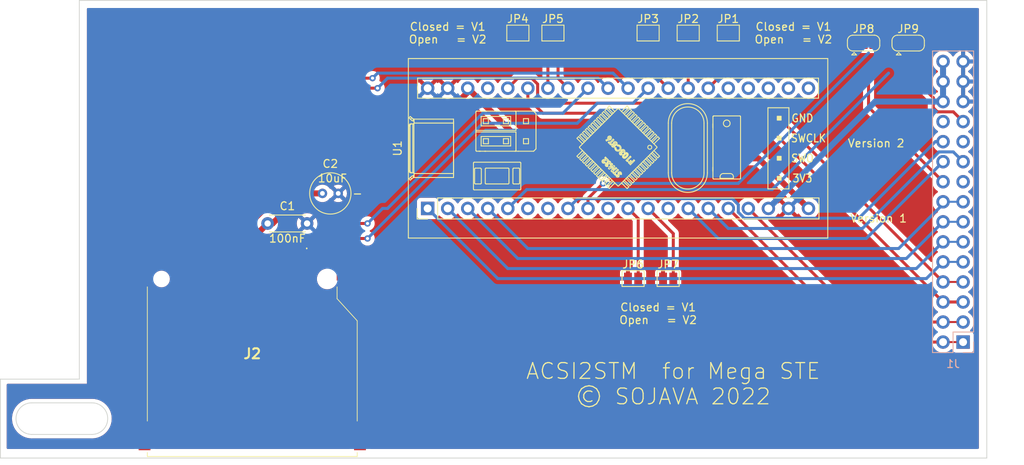
<source format=kicad_pcb>
(kicad_pcb (version 20211014) (generator pcbnew)
  (layers (0 "F.Cu" signal) (31 "B.Cu" signal) (34 "B.Paste" user) (35 "F.Paste" user) (36 "B.SilkS" user "B.Silkscreen") (37 "F.SilkS" user "F.Silkscreen") (38 "B.Mask" user) (39 "F.Mask" user) (44 "Edge.Cuts" user))
  (net 0 "")
  (net 1 "/D0")
  (net 2 "/D1")
  (net 3 "/D2")
  (net 4 "/D3")
  (net 5 "/D4")
  (net 6 "/D5")
  (net 7 "/D6")
  (net 8 "/D7")
  (net 9 "/RST")
  (net 10 "ACK")
  (net 11 "/CS")
  (net 12 "/A0")
  (net 14 "/DRQ")
  (net 15 "XHDINT")
  (net 17 "GND")
  (net 18 "+5V")
  (net 19 "PA12")
  (net 20 "PA8")
  (net 21 "+3V3")
  (net 25 "MOSI")
  (net 26 "MISO")
  (net 28 "CLK")
  (net 29 "SDCS")
  (net 39 "PB1")
  (net 40 "PB2")
  (net 41 "PA3")
  (net 42 "PA2")
  (net 43 "PA1")
  (net 44 "PB4")
  (net 45 "PB3")
  (footprint "Jumper:SolderJumper-2_P1.3mm_Open_Pad1.0x1.5mm" (layer "F.Cu") (at 170.18 135.255)
    (fp_text reference "JP6" (at 0 -1.8) (layer "F.SilkS"))
    (fp_text value "Close = V1")
    (pad "1" smd rect locked (at -0.65 0) (size 1 1.5) (layers "F.Cu" "F.Mask") (net 17 "GND"))
    (pad "2" smd rect locked (at 0.65 0) (size 1 1.5) (layers "F.Cu" "F.Mask") (net 45 "PB3"))
  )
  (footprint "footprints:YAAJ_BluePill_1" (layer "F.Cu") (at 144.145 126.365 90)
    (fp_text reference "U1" (at 7.62 -3.81 90) (layer "F.SilkS"))
    (fp_text value "BluePill" hide)
    (fp_text user "3V3" (at 3.81 47.498 unlocked) (layer "F.SilkS") (effects (font (size 1 0.9))))
    (fp_text user "GND" (at 11.43 47.498 unlocked) (layer "F.SilkS") (effects (font (size 1 0.9))))
    (fp_text user "SWO" (at 6.35 47.498 unlocked) (layer "F.SilkS") (effects (font (size 1 0.9))))
    (fp_text user "SWCLK" (at 8.89 48.26 unlocked) (layer "F.SilkS") (effects (font (size 1 0.9))))
    (pad "1" thru_hole rect locked (at 0 0 90) (size 1.7 1.7) (drill 1) (layers *.Cu *.Mask) (net 5 "/D4"))
    (pad "2" thru_hole circle locked (at 0 2.54 90) (size 1.7 1.7) (drill 1) (layers *.Cu *.Mask) (net 6 "/D5"))
    (pad "3" thru_hole circle locked (at 0 5.08 90) (size 1.7 1.7) (drill 1) (layers *.Cu *.Mask) (net 7 "/D6"))
    (pad "4" thru_hole circle locked (at 0 7.62 90) (size 1.7 1.7) (drill 1) (layers *.Cu *.Mask) (net 8 "/D7"))
    (pad "5" thru_hole circle locked (at 0 10.16 90) (size 1.7 1.7) (drill 1) (layers *.Cu *.Mask) (net 20 "PA8"))
    (pad "6" thru_hole circle locked (at 0 12.7 90) (size 1.7 1.7) (drill 1) (layers *.Cu *.Mask))
    (pad "7" thru_hole circle locked (at 0 15.24 90) (size 1.7 1.7) (drill 1) (layers *.Cu *.Mask))
    (pad "8" thru_hole circle locked (at 0 17.78 90) (size 1.7 1.7) (drill 1) (layers *.Cu *.Mask) (net 14 "/DRQ"))
    (pad "9" thru_hole circle locked (at 0 20.32 90) (size 1.7 1.7) (drill 1) (layers *.Cu *.Mask) (net 19 "PA12"))
    (pad "10" thru_hole circle locked (at 0 22.86 90) (size 1.7 1.7) (drill 1) (layers *.Cu *.Mask) (net 9 "/RST"))
    (pad "11" thru_hole circle locked (at 0 25.4 90) (size 1.7 1.7) (drill 1) (layers *.Cu *.Mask) (net 45 "PB3"))
    (pad "12" thru_hole circle locked (at 0 27.94 90) (size 1.7 1.7) (drill 1) (layers *.Cu *.Mask) (net 44 "PB4"))
    (pad "13" thru_hole circle locked (at 0 30.48 90) (size 1.7 1.7) (drill 1) (layers *.Cu *.Mask))
    (pad "14" thru_hole circle locked (at 0 33.02 90) (size 1.7 1.7) (drill 1) (layers *.Cu *.Mask) (net 12 "/A0"))
    (pad "15" thru_hole circle locked (at 0 35.56 90) (size 1.7 1.7) (drill 1) (layers *.Cu *.Mask) (net 11 "/CS"))
    (pad "16" thru_hole circle locked (at 0 38.1 90) (size 1.7 1.7) (drill 1) (layers *.Cu *.Mask) (net 1 "/D0"))
    (pad "17" thru_hole circle locked (at 0 40.64 90) (size 1.7 1.7) (drill 1) (layers *.Cu *.Mask) (net 2 "/D1"))
    (pad "18" thru_hole circle locked (at 0 43.18 90) (size 1.7 1.7) (drill 1) (layers *.Cu *.Mask) (net 18 "+5V"))
    (pad "19" thru_hole circle locked (at 0 45.72 90) (size 1.7 1.7) (drill 1) (layers *.Cu *.Mask) (net 17 "GND"))
    (pad "20" thru_hole circle locked (at 0 48.26 90) (size 1.7 1.7) (drill 1) (layers *.Cu *.Mask) (net 21 "+3V3"))
    (pad "21" thru_hole circle locked (at 15.24 48.26 90) (size 1.7 1.7) (drill 1) (layers *.Cu *.Mask))
    (pad "22" thru_hole circle locked (at 15.24 45.72 90) (size 1.7 1.7) (drill 1) (layers *.Cu *.Mask))
    (pad "23" thru_hole circle locked (at 15.24 43.18 90) (size 1.7 1.7) (drill 1) (layers *.Cu *.Mask))
    (pad "24" thru_hole circle locked (at 15.24 40.64 90) (size 1.7 1.7) (drill 1) (layers *.Cu *.Mask))
    (pad "25" thru_hole circle locked (at 15.24 38.1 90) (size 1.7 1.7) (drill 1) (layers *.Cu *.Mask))
    (pad "26" thru_hole circle locked (at 15.24 35.56 90) (size 1.7 1.7) (drill 1) (layers *.Cu *.Mask) (net 43 "PA1"))
    (pad "27" thru_hole circle locked (at 15.24 33.02 90) (size 1.7 1.7) (drill 1) (layers *.Cu *.Mask) (net 42 "PA2"))
    (pad "28" thru_hole circle locked (at 15.24 30.48 90) (size 1.7 1.7) (drill 1) (layers *.Cu *.Mask) (net 41 "PA3"))
    (pad "29" thru_hole circle locked (at 15.24 27.94 90) (size 1.7 1.7) (drill 1) (layers *.Cu *.Mask) (net 29 "SDCS"))
    (pad "30" thru_hole circle locked (at 15.24 25.4 90) (size 1.7 1.7) (drill 1) (layers *.Cu *.Mask) (net 28 "CLK"))
    (pad "31" thru_hole circle locked (at 15.24 22.86 90) (size 1.7 1.7) (drill 1) (layers *.Cu *.Mask) (net 26 "MISO"))
    (pad "32" thru_hole circle locked (at 15.24 20.32 90) (size 1.7 1.7) (drill 1) (layers *.Cu *.Mask) (net 25 "MOSI"))
    (pad "33" thru_hole circle locked (at 15.24 17.78 90) (size 1.7 1.7) (drill 1) (layers *.Cu *.Mask) (net 40 "PB2"))
    (pad "34" thru_hole circle locked (at 15.24 15.24 90) (size 1.7 1.7) (drill 1) (layers *.Cu *.Mask) (net 39 "PB1"))
    (pad "35" thru_hole circle locked (at 15.24 12.7 90) (size 1.7 1.7) (drill 1) (layers *.Cu *.Mask) (net 3 "/D2"))
    (pad "36" thru_hole circle locked (at 15.24 10.16 90) (size 1.7 1.7) (drill 1) (layers *.Cu *.Mask) (net 4 "/D3"))
    (pad "37" thru_hole circle locked (at 15.24 7.62 90) (size 1.7 1.7) (drill 1) (layers *.Cu *.Mask))
    (pad "38" thru_hole circle locked (at 15.24 5.08 90) (size 1.7 1.7) (drill 1) (layers *.Cu *.Mask) (net 21 "+3V3"))
    (pad "39" thru_hole circle locked (at 15.24 2.54 90) (size 1.7 1.7) (drill 1) (layers *.Cu *.Mask) (net 17 "GND"))
    (pad "40" thru_hole circle locked (at 15.24 0 90) (size 1.7 1.7) (drill 1) (layers *.Cu *.Mask) (net 17 "GND"))
  )
  (footprint "Jumper:SolderJumper-3_P1.3mm_Open_RoundedPad1.0x1.5mm" (layer "F.Cu") (at 205.04 105.41)
    (fp_text reference "JP9" (at 0 -1.8) (layer "F.SilkS"))
    (fp_text value "ACK Jumper")
    (pad "1" smd custom locked (at -1.3 0) (size 1 0.5) (layers "F.Cu" "F.Mask") (net 19 "PA12") (options (clearance outline) (anchor rect)) (primitives (gr_circle (center 0 0.25) (end 0.5 0.25) (width 0) (fill yes)) (gr_circle (center 0 -0.25) (end 0.5 -0.25) (width 0) (fill yes)) (gr_poly (pts (xy 0.55 0.75) (xy 0 0.75) (xy 0 -0.75) (xy 0.55 -0.75)) (width 0) (fill yes))))
    (pad "2" smd rect locked (at 0 0) (size 1 1.5) (layers "F.Cu" "F.Mask") (net 10 "ACK"))
    (pad "3" smd custom locked (at 1.3 0) (size 1 0.5) (layers "F.Cu" "F.Mask") (net 20 "PA8") (options (clearance outline) (anchor rect)) (primitives (gr_circle (center 0 0.25) (end 0.5 0.25) (width 0) (fill yes)) (gr_circle (center 0 -0.25) (end 0.5 -0.25) (width 0) (fill yes)) (gr_poly (pts (xy 0 0.75) (xy -0.55 0.75) (xy -0.55 -0.75) (xy 0 -0.75)) (width 0) (fill yes))))
  )
  (footprint "SamacSys_Parts:GSD090012SEU" (layer "F.Cu") (at 121.92 144.78)
    (fp_text reference "J2" (at 0 0) (layer "F.SilkS") (effects (font (size 1.27 1.27) (thickness 0.254))))
    (fp_text value "GSD090012SEU" hide)
    (pad "" np_thru_hole circle locked (at -11.499 -9.475) (size 1.1 1.1) (drill 1.1) (layers *.Cu *.Mask))
    (pad "" np_thru_hole circle locked (at 9.501 -9.475) (size 1.6 1.6) (drill 1.6) (layers *.Cu *.Mask))
    (pad "1" smd rect locked (at 6.875 -12.275) (size 1 1.5) (layers "F.Cu" "F.Paste" "F.Mask") (net 29 "SDCS"))
    (pad "2" smd rect locked (at 4.375 -12.275) (size 1 1.5) (layers "F.Cu" "F.Paste" "F.Mask") (net 25 "MOSI"))
    (pad "3" smd rect locked (at 1.875 -12.275) (size 1 1.5) (layers "F.Cu" "F.Paste" "F.Mask") (net 17 "GND"))
    (pad "4" smd rect locked (at -0.625 -12.275) (size 1 1.5) (layers "F.Cu" "F.Paste" "F.Mask") (net 21 "+3V3"))
    (pad "5" smd rect locked (at -3.125 -12.275) (size 1 1.5) (layers "F.Cu" "F.Paste" "F.Mask") (net 28 "CLK"))
    (pad "6" smd rect locked (at -5.625 -12.275) (size 1 1.5) (layers "F.Cu" "F.Paste" "F.Mask") (net 17 "GND"))
    (pad "7" smd rect locked (at -8.05 -12.275) (size 1 1.5) (layers "F.Cu" "F.Paste" "F.Mask") (net 26 "MISO"))
    (pad "8" smd rect locked (at -9.75 -12.275) (size 1 1.5) (layers "F.Cu" "F.Paste" "F.Mask"))
    (pad "9" smd rect locked (at 9.375 -12.275) (size 1 1.5) (layers "F.Cu" "F.Paste" "F.Mask"))
    (pad "10" smd rect locked (at -11.05 -12.275) (size 0.7 1.5) (layers "F.Cu" "F.Paste" "F.Mask"))
    (pad "11" smd rect locked (at -12.25 -12.275) (size 0.7 1.5) (layers "F.Cu" "F.Paste" "F.Mask"))
    (pad "MP1" smd rect locked (at -13.65 -10.675) (size 1.5 2.8) (layers "F.Cu" "F.Paste" "F.Mask") (net 17 "GND"))
    (pad "MP2" smd rect locked (at 11.451 -10.675) (size 1.5 2.8) (layers "F.Cu" "F.Paste" "F.Mask") (net 17 "GND"))
    (pad "MP3" smd rect locked (at -13.65 10.825) (size 1.5 2.8) (layers "F.Cu" "F.Paste" "F.Mask") (net 17 "GND"))
    (pad "MP4" smd rect locked (at 13.65 10.825) (size 1.5 2.8) (layers "F.Cu" "F.Paste" "F.Mask") (net 17 "GND"))
  )
  (footprint "Jumper:SolderJumper-2_P1.3mm_Open_Pad1.0x1.5mm" (layer "F.Cu") (at 182.245 104.14)
    (fp_text reference "JP1" (at 0 -1.8) (layer "F.SilkS"))
    (fp_text value "Close = V1")
    (pad "1" smd rect locked (at -0.65 0) (size 1 1.5) (layers "F.Cu" "F.Mask") (net 17 "GND"))
    (pad "2" smd rect locked (at 0.65 0) (size 1 1.5) (layers "F.Cu" "F.Mask") (net 43 "PA1"))
  )
  (footprint "Jumper:SolderJumper-2_P1.3mm_Open_Pad1.0x1.5mm" (layer "F.Cu") (at 177.165 104.14)
    (fp_text reference "JP2" (at 0 -1.8) (layer "F.SilkS"))
    (fp_text value "Close = V1")
    (pad "1" smd rect locked (at -0.65 0) (size 1 1.5) (layers "F.Cu" "F.Mask") (net 17 "GND"))
    (pad "2" smd rect locked (at 0.65 0) (size 1 1.5) (layers "F.Cu" "F.Mask") (net 42 "PA2"))
  )
  (footprint "Jumper:SolderJumper-3_P1.3mm_Open_RoundedPad1.0x1.5mm" (layer "F.Cu") (at 199.39 105.41)
    (fp_text reference "JP8" (at 0 -1.8) (layer "F.SilkS"))
    (fp_text value "XHDINT Jumper")
    (pad "1" smd custom locked (at -1.3 0) (size 1 0.5) (layers "F.Cu" "F.Mask") (net 19 "PA12") (options (clearance outline) (anchor rect)) (primitives (gr_circle (center 0 0.25) (end 0.5 0.25) (width 0) (fill yes)) (gr_circle (center 0 -0.25) (end 0.5 -0.25) (width 0) (fill yes)) (gr_poly (pts (xy 0.55 0.75) (xy 0 0.75) (xy 0 -0.75) (xy 0.55 -0.75)) (width 0) (fill yes))))
    (pad "2" smd rect locked (at 0 0) (size 1 1.5) (layers "F.Cu" "F.Mask") (net 15 "XHDINT"))
    (pad "3" smd custom locked (at 1.3 0) (size 1 0.5) (layers "F.Cu" "F.Mask") (net 20 "PA8") (options (clearance outline) (anchor rect)) (primitives (gr_circle (center 0 0.25) (end 0.5 0.25) (width 0) (fill yes)) (gr_circle (center 0 -0.25) (end 0.5 -0.25) (width 0) (fill yes)) (gr_poly (pts (xy 0 0.75) (xy -0.55 0.75) (xy -0.55 -0.75) (xy 0 -0.75)) (width 0) (fill yes))))
  )
  (footprint "Capacitor_THT:C_Radial_D5.0mm_H5.0mm_P2.00mm" (layer "F.Cu") (at 130.81 124.46)
    (fp_text reference "C2" (at 1 -3.75) (layer "F.SilkS"))
    (fp_text value "10uF")
    (pad "1" thru_hole circle locked (at 0 0) (size 1.2 1.2) (drill 0.6) (layers *.Cu *.Mask) (net 21 "+3V3"))
    (pad "2" thru_hole circle locked (at 2 0) (size 1.2 1.2) (drill 0.6) (layers *.Cu *.Mask) (net 17 "GND"))
  )
  (footprint "Jumper:SolderJumper-2_P1.3mm_Open_Pad1.0x1.5mm" (layer "F.Cu") (at 172.085 104.14)
    (fp_text reference "JP3" (at 0 -1.8) (layer "F.SilkS"))
    (fp_text value "Close = V1")
    (pad "1" smd rect locked (at -0.65 0) (size 1 1.5) (layers "F.Cu" "F.Mask") (net 17 "GND"))
    (pad "2" smd rect locked (at 0.65 0) (size 1 1.5) (layers "F.Cu" "F.Mask") (net 41 "PA3"))
  )
  (footprint "Capacitor_THT:C_Disc_D4.3mm_W1.9mm_P5.00mm" (layer "F.Cu") (at 123.865 128.27)
    (fp_text reference "C1" (at 2.5 -2.2) (layer "F.SilkS"))
    (fp_text value "100nF")
    (pad "1" thru_hole circle locked (at 0 0) (size 1.6 1.6) (drill 0.8) (layers *.Cu *.Mask) (net 21 "+3V3"))
    (pad "2" thru_hole circle locked (at 5 0) (size 1.6 1.6) (drill 0.8) (layers *.Cu *.Mask) (net 17 "GND"))
  )
  (footprint "Jumper:SolderJumper-2_P1.3mm_Open_Pad1.0x1.5mm" (layer "F.Cu") (at 155.575 104.14)
    (fp_text reference "JP4" (at 0 -1.8) (layer "F.SilkS"))
    (fp_text value "Close = V1")
    (pad "1" smd rect locked (at -0.65 0) (size 1 1.5) (layers "F.Cu" "F.Mask") (net 17 "GND"))
    (pad "2" smd rect locked (at 0.65 0) (size 1 1.5) (layers "F.Cu" "F.Mask") (net 39 "PB1"))
  )
  (footprint "Jumper:SolderJumper-2_P1.3mm_Open_Pad1.0x1.5mm" (layer "F.Cu") (at 174.625 135.255)
    (fp_text reference "JP7" (at 0 -1.8) (layer "F.SilkS"))
    (fp_text value "Close = V1")
    (pad "1" smd rect locked (at -0.65 0) (size 1 1.5) (layers "F.Cu" "F.Mask") (net 17 "GND"))
    (pad "2" smd rect locked (at 0.65 0) (size 1 1.5) (layers "F.Cu" "F.Mask") (net 44 "PB4"))
  )
  (footprint "Jumper:SolderJumper-2_P1.3mm_Open_Pad1.0x1.5mm" (layer "F.Cu") (at 160.02 104.14)
    (fp_text reference "JP5" (at 0 -1.8) (layer "F.SilkS"))
    (fp_text value "Close = V1")
    (pad "1" smd rect locked (at -0.65 0) (size 1 1.5) (layers "F.Cu" "F.Mask") (net 17 "GND"))
    (pad "2" smd rect locked (at 0.65 0) (size 1 1.5) (layers "F.Cu" "F.Mask") (net 40 "PB2"))
  )
  (footprint "Connector_PinSocket_2.54mm:PinSocket_2x15_P2.54mm_Vertical" (layer "B.Cu") (at 212 143.3)
    (fp_text reference "J1" (at -1.27 2.77) (layer "B.SilkS") (effects (justify mirror)))
    (fp_text value "Mega STE Internal ACSI")
    (pad "1" thru_hole rect locked (at 0 0) (size 1.7 1.7) (drill 1) (layers *.Cu *.Mask) (net 1 "/D0"))
    (pad "2" thru_hole oval locked (at -2.54 0) (size 1.7 1.7) (drill 1) (layers *.Cu *.Mask) (net 1 "/D0"))
    (pad "3" thru_hole oval locked (at 0 -2.54) (size 1.7 1.7) (drill 1) (layers *.Cu *.Mask) (net 2 "/D1"))
    (pad "4" thru_hole oval locked (at -2.54 -2.54) (size 1.7 1.7) (drill 1) (layers *.Cu *.Mask) (net 2 "/D1"))
    (pad "5" thru_hole oval locked (at 0 -5.08) (size 1.7 1.7) (drill 1) (layers *.Cu *.Mask) (net 3 "/D2"))
    (pad "6" thru_hole oval locked (at -2.54 -5.08) (size 1.7 1.7) (drill 1) (layers *.Cu *.Mask) (net 3 "/D2"))
    (pad "7" thru_hole oval locked (at 0 -7.62) (size 1.7 1.7) (drill 1) (layers *.Cu *.Mask) (net 4 "/D3"))
    (pad "8" thru_hole oval locked (at -2.54 -7.62) (size 1.7 1.7) (drill 1) (layers *.Cu *.Mask) (net 4 "/D3"))
    (pad "9" thru_hole oval locked (at 0 -10.16) (size 1.7 1.7) (drill 1) (layers *.Cu *.Mask) (net 5 "/D4"))
    (pad "10" thru_hole oval locked (at -2.54 -10.16) (size 1.7 1.7) (drill 1) (layers *.Cu *.Mask) (net 5 "/D4"))
    (pad "11" thru_hole oval locked (at 0 -12.7) (size 1.7 1.7) (drill 1) (layers *.Cu *.Mask) (net 6 "/D5"))
    (pad "12" thru_hole oval locked (at -2.54 -12.7) (size 1.7 1.7) (drill 1) (layers *.Cu *.Mask) (net 6 "/D5"))
    (pad "13" thru_hole oval locked (at 0 -15.24) (size 1.7 1.7) (drill 1) (layers *.Cu *.Mask) (net 7 "/D6"))
    (pad "14" thru_hole oval locked (at -2.54 -15.24) (size 1.7 1.7) (drill 1) (layers *.Cu *.Mask) (net 7 "/D6"))
    (pad "15" thru_hole oval locked (at 0 -17.78) (size 1.7 1.7) (drill 1) (layers *.Cu *.Mask) (net 8 "/D7"))
    (pad "16" thru_hole oval locked (at -2.54 -17.78) (size 1.7 1.7) (drill 1) (layers *.Cu *.Mask) (net 8 "/D7"))
    (pad "17" thru_hole oval locked (at 0 -20.32) (size 1.7 1.7) (drill 1) (layers *.Cu *.Mask) (net 9 "/RST"))
    (pad "18" thru_hole oval locked (at -2.54 -20.32) (size 1.7 1.7) (drill 1) (layers *.Cu *.Mask) (net 10 "ACK"))
    (pad "19" thru_hole oval locked (at 0 -22.86) (size 1.7 1.7) (drill 1) (layers *.Cu *.Mask) (net 11 "/CS"))
    (pad "20" thru_hole oval locked (at -2.54 -22.86) (size 1.7 1.7) (drill 1) (layers *.Cu *.Mask) (net 12 "/A0"))
    (pad "21" thru_hole oval locked (at 0 -25.4) (size 1.7 1.7) (drill 1) (layers *.Cu *.Mask))
    (pad "22" thru_hole oval locked (at -2.54 -25.4) (size 1.7 1.7) (drill 1) (layers *.Cu *.Mask) (net 14 "/DRQ"))
    (pad "23" thru_hole oval locked (at 0 -27.94) (size 1.7 1.7) (drill 1) (layers *.Cu *.Mask) (net 15 "XHDINT"))
    (pad "24" thru_hole oval locked (at -2.54 -27.94) (size 1.7 1.7) (drill 1) (layers *.Cu *.Mask))
    (pad "25" thru_hole oval locked (at 0 -30.48) (size 1.7 1.7) (drill 1) (layers *.Cu *.Mask) (net 17 "GND"))
    (pad "26" thru_hole oval locked (at -2.54 -30.48) (size 1.7 1.7) (drill 1) (layers *.Cu *.Mask) (net 18 "+5V"))
    (pad "27" thru_hole oval locked (at 0 -33.02) (size 1.7 1.7) (drill 1) (layers *.Cu *.Mask) (net 17 "GND"))
    (pad "28" thru_hole oval locked (at -2.54 -33.02) (size 1.7 1.7) (drill 1) (layers *.Cu *.Mask) (net 18 "+5V"))
    (pad "29" thru_hole oval locked (at 0 -35.56) (size 1.7 1.7) (drill 1) (layers *.Cu *.Mask) (net 17 "GND"))
    (pad "30" thru_hole oval locked (at -2.54 -35.56) (size 1.7 1.7) (drill 1) (layers *.Cu *.Mask) (net 18 "+5V"))
  )
  (gr_rect (start 198.755 116.84) (end 198.755 116.84) (layer "F.SilkS") (width 0.15) (fill none))
  (gr_rect (start 199.7075 116.84) (end 199.7075 116.84) (layer "F.SilkS") (width 0.15) (fill none))
  (gr_line (start 100 100) (end 215 100) (layer "Edge.Cuts") (width 0.1))
  (gr_line (start 215 158) (end 90 158) (layer "Edge.Cuts") (width 0.1))
  (gr_line (start 100 148) (end 100 100) (layer "Edge.Cuts") (width 0.1))
  (gr_line (start 90 158) (end 90 148) (layer "Edge.Cuts") (width 0.1))
  (gr_line (start 93.98 151) (end 101.6 151) (layer "Edge.Cuts") (width 0.1))
  (gr_arc (start 93.98 155) (mid 91.98 153) (end 93.98 151) (layer "Edge.Cuts") (width 0.1))
  (gr_line (start 215 100) (end 215 158) (layer "Edge.Cuts") (width 0.1))
  (gr_line (start 93.98 155) (end 101.6 155) (layer "Edge.Cuts") (width 0.1))
  (gr_arc (start 101.6 151) (mid 103.6 153) (end 101.6 155) (layer "Edge.Cuts") (width 0.1))
  (gr_line (start 90 148) (end 100 148) (layer "Edge.Cuts") (width 0.1))
  (gr_text "-" (at 135.255 124.46) (layer "F.SilkS") (effects (font (size 1 1))))
  (gr_text "Closed = V1\nOpen   = V2" (at 190.5 104.14) (layer "F.SilkS") (effects (font (size 1 1))))
  (gr_text "ACSI2STM  for Mega STE\n© SOJAVA 2022" (at 175.26 148.59) (layer "F.SilkS") (effects (font (size 2 2))))
  (gr_text "10uF" (at 132.08 122.555) (layer "F.SilkS") (effects (font (size 1 1))))
  (gr_text "Version 2" (at 200.9775 118.11) (layer "F.SilkS") (effects (font (size 1 1))))
  (gr_text "Closed = V1\nOpen   = V2" (at 146.685 104.14) (layer "F.SilkS") (effects (font (size 1 1))))
  (gr_text "Closed = V1\nOpen   = V2" (at 173.355 139.7) (layer "F.SilkS") (effects (font (size 1 1))))
  (gr_text "100nF" (at 126.365 130.175) (layer "F.SilkS") (effects (font (size 1 1))))
  (gr_text "Version 1" (at 201.295 127.635) (layer "F.SilkS") (effects (font (size 1 1))))
  (segment (start 199.18 143.3) (end 209.46 143.3) (width 0.38) (layer "F.Cu") (net 1))
  (segment (start 182.245 126.365) (end 199.18 143.3) (width 0.38) (layer "F.Cu") (net 1))
  (segment (start 212 143.3) (end 209.46 143.3) (width 0.25) (layer "F.Cu") (net 1))
  (segment (start 212 140.76) (end 209.46 140.76) (width 0.25) (layer "F.Cu") (net 2))
  (segment (start 199.18 140.76) (end 209.46 140.76) (width 0.38) (layer "F.Cu") (net 2))
  (segment (start 184.785 126.365) (end 199.18 140.76) (width 0.38) (layer "F.Cu") (net 2))
  (segment (start 158.75 114.3) (end 185.54 114.3) (width 0.38) (layer "F.Cu") (net 3))
  (segment (start 185.54 114.3) (end 209.46 138.22) (width 0.38) (layer "F.Cu") (net 3))
  (segment (start 212 138.22) (end 209.46 138.22) (width 0.38) (layer "F.Cu") (net 3))
  (segment (start 156.845 111.125) (end 156.845 112.395) (width 0.38) (layer "F.Cu") (net 3))
  (segment (start 156.845 112.395) (end 158.75 114.3) (width 0.38) (layer "F.Cu") (net 3))
  (segment (start 158.084511 110.611577) (end 158.084511 112.364511) (width 0.38) (layer "F.Cu") (net 4))
  (segment (start 212 135.68) (end 209.46 135.68) (width 0.25) (layer "F.Cu") (net 4))
  (segment (start 157.358423 109.885489) (end 158.084511 110.611577) (width 0.38) (layer "F.Cu") (net 4))
  (segment (start 158.75 113.03) (end 186.81 113.03) (width 0.38) (layer "F.Cu") (net 4))
  (segment (start 186.81 113.03) (end 209.46 135.68) (width 0.38) (layer "F.Cu") (net 4))
  (segment (start 158.084511 112.364511) (end 158.75 113.03) (width 0.38) (layer "F.Cu") (net 4))
  (segment (start 155.544511 109.885489) (end 157.358423 109.885489) (width 0.38) (layer "F.Cu") (net 4))
  (segment (start 154.305 111.125) (end 155.544511 109.885489) (width 0.38) (layer "F.Cu") (net 4))
  (segment (start 144.145 126.365) (end 153.035 135.255) (width 0.38) (layer "B.Cu") (net 5))
  (segment (start 207.345 135.255) (end 209.46 133.14) (width 0.38) (layer "B.Cu") (net 5))
  (segment (start 212 133.14) (end 209.46 133.14) (width 0.25) (layer "B.Cu") (net 5))
  (segment (start 153.035 135.255) (end 207.345 135.255) (width 0.38) (layer "B.Cu") (net 5))
  (segment (start 154.305 133.985) (end 206.075 133.985) (width 0.38) (layer "B.Cu") (net 6))
  (segment (start 212 130.6) (end 209.46 130.6) (width 0.25) (layer "B.Cu") (net 6))
  (segment (start 146.685 126.365) (end 154.305 133.985) (width 0.38) (layer "B.Cu") (net 6))
  (segment (start 206.075 133.985) (end 209.46 130.6) (width 0.38) (layer "B.Cu") (net 6))
  (segment (start 155.575 132.715) (end 204.805 132.715) (width 0.38) (layer "B.Cu") (net 7))
  (segment (start 212 128.06) (end 209.46 128.06) (width 0.25) (layer "B.Cu") (net 7))
  (segment (start 204.805 132.715) (end 209.46 128.06) (width 0.38) (layer "B.Cu") (net 7))
  (segment (start 149.225 126.365) (end 155.575 132.715) (width 0.38) (layer "B.Cu") (net 7))
  (segment (start 151.765 126.365) (end 156.845 131.445) (width 0.38) (layer "B.Cu") (net 8))
  (segment (start 212 125.52) (end 209.46 125.52) (width 0.25) (layer "B.Cu") (net 8))
  (segment (start 209.46 125.82) (end 209.46 125.52) (width 0.38) (layer "B.Cu") (net 8))
  (segment (start 156.845 131.445) (end 203.835 131.445) (width 0.38) (layer "B.Cu") (net 8))
  (segment (start 203.835 131.445) (end 209.46 125.82) (width 0.38) (layer "B.Cu") (net 8))
  (segment (start 200.02 109.215) (end 200.02 113.54) (width 0.38) (layer "F.Cu") (net 10))
  (segment (start 200.02 113.54) (end 209.46 122.98) (width 0.38) (layer "F.Cu") (net 10))
  (segment (start 208.946577 119.200489) (end 210.760489 119.200489) (width 0.38) (layer "B.Cu") (net 11))
  (segment (start 182.245 128.905) (end 199.242066 128.905) (width 0.38) (layer "B.Cu") (net 11))
  (segment (start 210.760489 119.200489) (end 212 120.44) (width 0.38) (layer "B.Cu") (net 11))
  (segment (start 199.242066 128.905) (end 208.946577 119.200489) (width 0.38) (layer "B.Cu") (net 11))
  (segment (start 179.705 126.365) (end 182.245 128.905) (width 0.38) (layer "B.Cu") (net 11))
  (segment (start 199.725 130.175) (end 209.46 120.44) (width 0.38) (layer "B.Cu") (net 12))
  (segment (start 180.975 130.175) (end 199.725 130.175) (width 0.38) (layer "B.Cu") (net 12))
  (segment (start 177.165 126.365) (end 180.975 130.175) (width 0.38) (layer "B.Cu") (net 12))
  (segment (start 198.785489 127.604511) (end 208.49 117.9) (width 0.38) (layer "B.Cu") (net 14))
  (segment (start 161.925 126.365) (end 163.164511 125.125489) (width 0.38) (layer "B.Cu") (net 14))
  (segment (start 182.758423 125.125489) (end 183.515 125.882066) (width 0.38) (layer "B.Cu") (net 14))
  (segment (start 184.271577 127.604511) (end 198.785489 127.604511) (width 0.38) (layer "B.Cu") (net 14))
  (segment (start 183.515 126.847934) (end 184.271577 127.604511) (width 0.38) (layer "B.Cu") (net 14))
  (segment (start 183.515 125.882066) (end 183.515 126.847934) (width 0.38) (layer "B.Cu") (net 14))
  (segment (start 163.164511 125.125489) (end 182.758423 125.125489) (width 0.38) (layer "B.Cu") (net 14))
  (segment (start 208.49 117.9) (end 209.46 117.9) (width 0.38) (layer "B.Cu") (net 14))
  (segment (start 208.735489 114.120489) (end 210.760489 114.120489) (width 0.38) (layer "F.Cu") (net 15))
  (segment (start 208.220489 112.335489) (end 208.220489 113.605489) (width 0.38) (layer "F.Cu") (net 15))
  (segment (start 208.220489 113.605489) (end 208.735489 114.120489) (width 0.38) (layer "F.Cu") (net 15))
  (segment (start 210.760489 114.120489) (end 212 115.36) (width 0.38) (layer "F.Cu") (net 15))
  (segment (start 202.56 106.675) (end 208.220489 112.335489) (width 0.38) (layer "F.Cu") (net 15))
  (segment (start 200.87 112.82) (end 209.46 112.82) (width 0.762) (layer "B.Cu") (net 18))
  (segment (start 187.325 126.365) (end 200.87 112.82) (width 0.762) (layer "B.Cu") (net 18))
  (segment (start 209.46 107.74) (end 209.46 112.82) (width 0.762) (layer "B.Cu") (net 18))
  (segment (start 164.465 125.095) (end 164.465 126.365) (width 0.38) (layer "F.Cu") (net 19))
  (segment (start 166.37 123.19) (end 164.465 125.095) (width 0.38) (layer "F.Cu") (net 19))
  (via (at 166.37 123.19) (size 0.8) (drill 0.4) (layers "F.Cu" "B.Cu") (net 19))
  (segment (start 166.37 123.19) (end 183.505 123.19) (width 0.38) (layer "B.Cu") (net 19))
  (segment (start 183.505 123.19) (end 200.02 106.675) (width 0.38) (layer "B.Cu") (net 19))
  (segment (start 156.690489 123.979511) (end 187.795489 123.979511) (width 0.38) (layer "B.Cu") (net 20))
  (segment (start 154.305 126.365) (end 156.690489 123.979511) (width 0.38) (layer "B.Cu") (net 20))
  (segment (start 187.795489 123.979511) (end 202.56 109.215) (width 0.38) (layer "B.Cu") (net 20))
  (segment (start 149.225 111.638005) (end 147.833005 113.03) (width 0.762) (layer "F.Cu") (net 21))
  (segment (start 130.81 124.46) (end 128.31 124.46) (width 0.762) (layer "F.Cu") (net 21))
  (segment (start 128.31 124.46) (end 124.5 128.27) (width 0.762) (layer "F.Cu") (net 21))
  (segment (start 149.225 111.125) (end 158.115 120.015) (width 0.762) (layer "F.Cu") (net 21))
  (segment (start 158.115 120.015) (end 186.055 120.015) (width 0.762) (layer "F.Cu") (net 21))
  (segment (start 121.295 128.5775) (end 121.295 132.505) (width 0.762) (layer "F.Cu") (net 21))
  (segment (start 124.5 128.27) (end 123.865 128.27) (width 0.762) (layer "F.Cu") (net 21))
  (segment (start 149.225 111.125) (end 149.225 111.638005) (width 0.762) (layer "F.Cu") (net 21))
  (segment (start 123.865 128.27) (end 121.295 130.84) (width 0.762) (layer "F.Cu") (net 21))
  (segment (start 186.055 120.015) (end 192.405 126.365) (width 0.762) (layer "F.Cu") (net 21))
  (segment (start 136.8425 113.03) (end 121.295 128.5775) (width 0.762) (layer "F.Cu") (net 21))
  (segment (start 147.833005 113.03) (end 136.8425 113.03) (width 0.762) (layer "F.Cu") (net 21))
  (segment (start 121.295 130.84) (end 121.295 132.505) (width 0.762) (layer "F.Cu") (net 21))
  (segment (start 131.445 128.27) (end 129.54 130.175) (width 0.38) (layer "F.Cu") (net 25))
  (segment (start 128.625 130.175) (end 126.295 132.505) (width 0.38) (layer "F.Cu") (net 25))
  (segment (start 129.54 130.175) (end 128.625 130.175) (width 0.38) (layer "F.Cu") (net 25))
  (segment (start 136.525 128.27) (end 131.445 128.27) (width 0.38) (layer "F.Cu") (net 25))
  (via (at 136.525 128.27) (size 0.8) (drill 0.4) (layers "F.Cu" "B.Cu") (net 25))
  (segment (start 161.29 114.3) (end 164.465 111.125) (width 0.38) (layer "B.Cu") (net 25))
  (segment (start 151.13 114.3) (end 161.29 114.3) (width 0.38) (layer "B.Cu") (net 25))
  (segment (start 136.525 128.27) (end 138.43 126.365) (width 0.38) (layer "B.Cu") (net 25))
  (segment (start 138.43 126.365) (end 139.065 126.365) (width 0.38) (layer "B.Cu") (net 25))
  (segment (start 139.065 126.365) (end 151.13 114.3) (width 0.38) (layer "B.Cu") (net 25))
  (segment (start 118.709022 134.62) (end 114.935 134.62) (width 0.38) (layer "F.Cu") (net 26))
  (segment (start 137.795 111.125) (end 135.89 111.125) (width 0.38) (layer "F.Cu") (net 26))
  (segment (start 113.87 133.555) (end 114.935 134.62) (width 0.38) (layer "F.Cu") (net 26))
  (segment (start 120.015 127) (end 120.015 133.314022) (width 0.38) (layer "F.Cu") (net 26))
  (segment (start 120.015 133.314022) (end 118.709022 134.62) (width 0.38) (layer "F.Cu") (net 26))
  (segment (start 113.87 132.505) (end 113.87 133.555) (width 0.38) (layer "F.Cu") (net 26))
  (segment (start 135.89 111.125) (end 120.015 127) (width 0.38) (layer "F.Cu") (net 26))
  (via (at 137.795 111.125) (size 0.8) (drill 0.4) (layers "F.Cu" "B.Cu") (net 26))
  (segment (start 165.735 109.855) (end 167.005 111.125) (width 0.38) (layer "B.Cu") (net 26))
  (segment (start 139.065 109.855) (end 165.735 109.855) (width 0.38) (layer "B.Cu") (net 26))
  (segment (start 137.795 111.125) (end 139.065 109.855) (width 0.38) (layer "B.Cu") (net 26))
  (segment (start 137.16 109.855) (end 135.89 109.855) (width 0.38) (layer "F.Cu") (net 28))
  (segment (start 135.89 109.855) (end 118.795 126.95) (width 0.38) (layer "F.Cu") (net 28))
  (segment (start 118.795 126.95) (end 118.795 132.505) (width 0.38) (layer "F.Cu") (net 28))
  (via (at 137.16 109.855) (size 0.8) (drill 0.4) (layers "F.Cu" "B.Cu") (net 28))
  (segment (start 167.64 109.22) (end 169.545 111.125) (width 0.38) (layer "B.Cu") (net 28))
  (segment (start 137.795 109.22) (end 167.64 109.22) (width 0.38) (layer "B.Cu") (net 28))
  (segment (start 137.16 109.855) (end 137.795 109.22) (width 0.38) (layer "B.Cu") (net 28))
  (segment (start 131.125 130.175) (end 128.795 132.505) (width 0.38) (layer "F.Cu") (net 29))
  (segment (start 136.525 130.175) (end 131.125 130.175) (width 0.38) (layer "F.Cu") (net 29))
  (via (at 136.525 130.175) (size 0.8) (drill 0.4) (layers "F.Cu" "B.Cu") (net 29))
  (segment (start 170.18 113.03) (end 172.085 111.125) (width 0.38) (layer "B.Cu") (net 29))
  (segment (start 165.639511 113.03) (end 170.18 113.03) (width 0.38) (layer "B.Cu") (net 29))
  (segment (start 136.525 130.175) (end 151.13 115.57) (width 0.38) (layer "B.Cu") (net 29))
  (segment (start 163.099511 115.57) (end 165.639511 113.03) (width 0.38) (layer "B.Cu") (net 29))
  (segment (start 151.13 115.57) (end 163.099511 115.57) (width 0.38) (layer "B.Cu") (net 29))
  (segment (start 156.225 104.775) (end 156.225 104.79) (width 0.38) (layer "F.Cu") (net 39))
  (segment (start 156.225 104.79) (end 159.385 107.95) (width 0.38) (layer "F.Cu") (net 39))
  (segment (start 159.385 107.95) (end 159.385 111.125) (width 0.38) (layer "F.Cu") (net 39))
  (segment (start 160.67 104.775) (end 160.67 109.87) (width 0.38) (layer "F.Cu") (net 40))
  (segment (start 160.67 109.87) (end 161.925 111.125) (width 0.38) (layer "F.Cu") (net 40))
  (segment (start 172.735 109.235) (end 174.625 111.125) (width 0.38) (layer "F.Cu") (net 41))
  (segment (start 172.735 104.14) (end 172.735 109.235) (width 0.38) (layer "F.Cu") (net 41))
  (segment (start 177.815 104.14) (end 177.815 107.935) (width 0.38) (layer "F.Cu") (net 42))
  (segment (start 177.165 108.585) (end 177.165 111.125) (width 0.38) (layer "F.Cu") (net 42))
  (segment (start 177.815 107.935) (end 177.165 108.585) (width 0.38) (layer "F.Cu") (net 42))
  (segment (start 182.895 104.14) (end 182.895 107.935) (width 0.38) (layer "F.Cu") (net 43))
  (segment (start 182.895 107.935) (end 179.705 111.125) (width 0.38) (layer "F.Cu") (net 43))
  (segment (start 172.085 126.365) (end 175.275 129.555) (width 0.38) (layer "F.Cu") (net 44))
  (segment (start 175.275 129.555) (end 175.275 135.255) (width 0.38) (layer "F.Cu") (net 44))
  (segment (start 170.83 127.65) (end 170.83 135.255) (width 0.38) (layer "F.Cu") (net 45))
  (segment (start 169.545 126.365) (end 170.83 127.65) (width 0.38) (layer "F.Cu") (net 45))
  (zone (net 17) (net_name "GND") (layers F&B.Cu) (connect_pads (clearance 0.508)) (min_thickness 0.254) (fill yes (thermal_gap 0.508) (thermal_bridge_width 0.508))
    (polygon (pts (xy 213.995 156.845) (xy 90.805 156.845) (xy 90.805 148.59) (xy 100.965 148.59) (xy 100.965 100.965) (xy 213.995 100.965)))
  )
)
</source>
